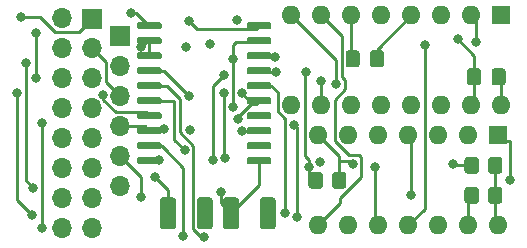
<source format=gbr>
G04 #@! TF.GenerationSoftware,KiCad,Pcbnew,5.1.5+dfsg1-2build2*
G04 #@! TF.CreationDate,2022-11-08T07:38:21+00:00*
G04 #@! TF.ProjectId,link-up-serial,6c696e6b-2d75-4702-9d73-657269616c2e,rev?*
G04 #@! TF.SameCoordinates,Original*
G04 #@! TF.FileFunction,Copper,L4,Bot*
G04 #@! TF.FilePolarity,Positive*
%FSLAX46Y46*%
G04 Gerber Fmt 4.6, Leading zero omitted, Abs format (unit mm)*
G04 Created by KiCad (PCBNEW 5.1.5+dfsg1-2build2) date 2022-11-08 07:38:21*
%MOMM*%
%LPD*%
G04 APERTURE LIST*
%ADD10O,1.600000X1.600000*%
%ADD11R,1.600000X1.600000*%
%ADD12C,0.100000*%
%ADD13O,1.700000X1.700000*%
%ADD14R,1.700000X1.700000*%
%ADD15C,0.800000*%
%ADD16C,0.250000*%
G04 APERTURE END LIST*
D10*
X131064000Y-110998000D03*
X113284000Y-103378000D03*
X128524000Y-110998000D03*
X115824000Y-103378000D03*
X125984000Y-110998000D03*
X118364000Y-103378000D03*
X123444000Y-110998000D03*
X120904000Y-103378000D03*
X120904000Y-110998000D03*
X123444000Y-103378000D03*
X118364000Y-110998000D03*
X125984000Y-103378000D03*
X115824000Y-110998000D03*
X128524000Y-103378000D03*
X113284000Y-110998000D03*
D11*
X131064000Y-103378000D03*
G04 #@! TA.AperFunction,SMDPad,CuDef*
D12*
G36*
X102157703Y-103967722D02*
G01*
X102172264Y-103969882D01*
X102186543Y-103973459D01*
X102200403Y-103978418D01*
X102213710Y-103984712D01*
X102226336Y-103992280D01*
X102238159Y-104001048D01*
X102249066Y-104010934D01*
X102258952Y-104021841D01*
X102267720Y-104033664D01*
X102275288Y-104046290D01*
X102281582Y-104059597D01*
X102286541Y-104073457D01*
X102290118Y-104087736D01*
X102292278Y-104102297D01*
X102293000Y-104117000D01*
X102293000Y-104417000D01*
X102292278Y-104431703D01*
X102290118Y-104446264D01*
X102286541Y-104460543D01*
X102281582Y-104474403D01*
X102275288Y-104487710D01*
X102267720Y-104500336D01*
X102258952Y-104512159D01*
X102249066Y-104523066D01*
X102238159Y-104532952D01*
X102226336Y-104541720D01*
X102213710Y-104549288D01*
X102200403Y-104555582D01*
X102186543Y-104560541D01*
X102172264Y-104564118D01*
X102157703Y-104566278D01*
X102143000Y-104567000D01*
X100393000Y-104567000D01*
X100378297Y-104566278D01*
X100363736Y-104564118D01*
X100349457Y-104560541D01*
X100335597Y-104555582D01*
X100322290Y-104549288D01*
X100309664Y-104541720D01*
X100297841Y-104532952D01*
X100286934Y-104523066D01*
X100277048Y-104512159D01*
X100268280Y-104500336D01*
X100260712Y-104487710D01*
X100254418Y-104474403D01*
X100249459Y-104460543D01*
X100245882Y-104446264D01*
X100243722Y-104431703D01*
X100243000Y-104417000D01*
X100243000Y-104117000D01*
X100243722Y-104102297D01*
X100245882Y-104087736D01*
X100249459Y-104073457D01*
X100254418Y-104059597D01*
X100260712Y-104046290D01*
X100268280Y-104033664D01*
X100277048Y-104021841D01*
X100286934Y-104010934D01*
X100297841Y-104001048D01*
X100309664Y-103992280D01*
X100322290Y-103984712D01*
X100335597Y-103978418D01*
X100349457Y-103973459D01*
X100363736Y-103969882D01*
X100378297Y-103967722D01*
X100393000Y-103967000D01*
X102143000Y-103967000D01*
X102157703Y-103967722D01*
G37*
G04 #@! TD.AperFunction*
G04 #@! TA.AperFunction,SMDPad,CuDef*
G36*
X102157703Y-105237722D02*
G01*
X102172264Y-105239882D01*
X102186543Y-105243459D01*
X102200403Y-105248418D01*
X102213710Y-105254712D01*
X102226336Y-105262280D01*
X102238159Y-105271048D01*
X102249066Y-105280934D01*
X102258952Y-105291841D01*
X102267720Y-105303664D01*
X102275288Y-105316290D01*
X102281582Y-105329597D01*
X102286541Y-105343457D01*
X102290118Y-105357736D01*
X102292278Y-105372297D01*
X102293000Y-105387000D01*
X102293000Y-105687000D01*
X102292278Y-105701703D01*
X102290118Y-105716264D01*
X102286541Y-105730543D01*
X102281582Y-105744403D01*
X102275288Y-105757710D01*
X102267720Y-105770336D01*
X102258952Y-105782159D01*
X102249066Y-105793066D01*
X102238159Y-105802952D01*
X102226336Y-105811720D01*
X102213710Y-105819288D01*
X102200403Y-105825582D01*
X102186543Y-105830541D01*
X102172264Y-105834118D01*
X102157703Y-105836278D01*
X102143000Y-105837000D01*
X100393000Y-105837000D01*
X100378297Y-105836278D01*
X100363736Y-105834118D01*
X100349457Y-105830541D01*
X100335597Y-105825582D01*
X100322290Y-105819288D01*
X100309664Y-105811720D01*
X100297841Y-105802952D01*
X100286934Y-105793066D01*
X100277048Y-105782159D01*
X100268280Y-105770336D01*
X100260712Y-105757710D01*
X100254418Y-105744403D01*
X100249459Y-105730543D01*
X100245882Y-105716264D01*
X100243722Y-105701703D01*
X100243000Y-105687000D01*
X100243000Y-105387000D01*
X100243722Y-105372297D01*
X100245882Y-105357736D01*
X100249459Y-105343457D01*
X100254418Y-105329597D01*
X100260712Y-105316290D01*
X100268280Y-105303664D01*
X100277048Y-105291841D01*
X100286934Y-105280934D01*
X100297841Y-105271048D01*
X100309664Y-105262280D01*
X100322290Y-105254712D01*
X100335597Y-105248418D01*
X100349457Y-105243459D01*
X100363736Y-105239882D01*
X100378297Y-105237722D01*
X100393000Y-105237000D01*
X102143000Y-105237000D01*
X102157703Y-105237722D01*
G37*
G04 #@! TD.AperFunction*
G04 #@! TA.AperFunction,SMDPad,CuDef*
G36*
X102157703Y-106507722D02*
G01*
X102172264Y-106509882D01*
X102186543Y-106513459D01*
X102200403Y-106518418D01*
X102213710Y-106524712D01*
X102226336Y-106532280D01*
X102238159Y-106541048D01*
X102249066Y-106550934D01*
X102258952Y-106561841D01*
X102267720Y-106573664D01*
X102275288Y-106586290D01*
X102281582Y-106599597D01*
X102286541Y-106613457D01*
X102290118Y-106627736D01*
X102292278Y-106642297D01*
X102293000Y-106657000D01*
X102293000Y-106957000D01*
X102292278Y-106971703D01*
X102290118Y-106986264D01*
X102286541Y-107000543D01*
X102281582Y-107014403D01*
X102275288Y-107027710D01*
X102267720Y-107040336D01*
X102258952Y-107052159D01*
X102249066Y-107063066D01*
X102238159Y-107072952D01*
X102226336Y-107081720D01*
X102213710Y-107089288D01*
X102200403Y-107095582D01*
X102186543Y-107100541D01*
X102172264Y-107104118D01*
X102157703Y-107106278D01*
X102143000Y-107107000D01*
X100393000Y-107107000D01*
X100378297Y-107106278D01*
X100363736Y-107104118D01*
X100349457Y-107100541D01*
X100335597Y-107095582D01*
X100322290Y-107089288D01*
X100309664Y-107081720D01*
X100297841Y-107072952D01*
X100286934Y-107063066D01*
X100277048Y-107052159D01*
X100268280Y-107040336D01*
X100260712Y-107027710D01*
X100254418Y-107014403D01*
X100249459Y-107000543D01*
X100245882Y-106986264D01*
X100243722Y-106971703D01*
X100243000Y-106957000D01*
X100243000Y-106657000D01*
X100243722Y-106642297D01*
X100245882Y-106627736D01*
X100249459Y-106613457D01*
X100254418Y-106599597D01*
X100260712Y-106586290D01*
X100268280Y-106573664D01*
X100277048Y-106561841D01*
X100286934Y-106550934D01*
X100297841Y-106541048D01*
X100309664Y-106532280D01*
X100322290Y-106524712D01*
X100335597Y-106518418D01*
X100349457Y-106513459D01*
X100363736Y-106509882D01*
X100378297Y-106507722D01*
X100393000Y-106507000D01*
X102143000Y-106507000D01*
X102157703Y-106507722D01*
G37*
G04 #@! TD.AperFunction*
G04 #@! TA.AperFunction,SMDPad,CuDef*
G36*
X102157703Y-107777722D02*
G01*
X102172264Y-107779882D01*
X102186543Y-107783459D01*
X102200403Y-107788418D01*
X102213710Y-107794712D01*
X102226336Y-107802280D01*
X102238159Y-107811048D01*
X102249066Y-107820934D01*
X102258952Y-107831841D01*
X102267720Y-107843664D01*
X102275288Y-107856290D01*
X102281582Y-107869597D01*
X102286541Y-107883457D01*
X102290118Y-107897736D01*
X102292278Y-107912297D01*
X102293000Y-107927000D01*
X102293000Y-108227000D01*
X102292278Y-108241703D01*
X102290118Y-108256264D01*
X102286541Y-108270543D01*
X102281582Y-108284403D01*
X102275288Y-108297710D01*
X102267720Y-108310336D01*
X102258952Y-108322159D01*
X102249066Y-108333066D01*
X102238159Y-108342952D01*
X102226336Y-108351720D01*
X102213710Y-108359288D01*
X102200403Y-108365582D01*
X102186543Y-108370541D01*
X102172264Y-108374118D01*
X102157703Y-108376278D01*
X102143000Y-108377000D01*
X100393000Y-108377000D01*
X100378297Y-108376278D01*
X100363736Y-108374118D01*
X100349457Y-108370541D01*
X100335597Y-108365582D01*
X100322290Y-108359288D01*
X100309664Y-108351720D01*
X100297841Y-108342952D01*
X100286934Y-108333066D01*
X100277048Y-108322159D01*
X100268280Y-108310336D01*
X100260712Y-108297710D01*
X100254418Y-108284403D01*
X100249459Y-108270543D01*
X100245882Y-108256264D01*
X100243722Y-108241703D01*
X100243000Y-108227000D01*
X100243000Y-107927000D01*
X100243722Y-107912297D01*
X100245882Y-107897736D01*
X100249459Y-107883457D01*
X100254418Y-107869597D01*
X100260712Y-107856290D01*
X100268280Y-107843664D01*
X100277048Y-107831841D01*
X100286934Y-107820934D01*
X100297841Y-107811048D01*
X100309664Y-107802280D01*
X100322290Y-107794712D01*
X100335597Y-107788418D01*
X100349457Y-107783459D01*
X100363736Y-107779882D01*
X100378297Y-107777722D01*
X100393000Y-107777000D01*
X102143000Y-107777000D01*
X102157703Y-107777722D01*
G37*
G04 #@! TD.AperFunction*
G04 #@! TA.AperFunction,SMDPad,CuDef*
G36*
X102157703Y-109047722D02*
G01*
X102172264Y-109049882D01*
X102186543Y-109053459D01*
X102200403Y-109058418D01*
X102213710Y-109064712D01*
X102226336Y-109072280D01*
X102238159Y-109081048D01*
X102249066Y-109090934D01*
X102258952Y-109101841D01*
X102267720Y-109113664D01*
X102275288Y-109126290D01*
X102281582Y-109139597D01*
X102286541Y-109153457D01*
X102290118Y-109167736D01*
X102292278Y-109182297D01*
X102293000Y-109197000D01*
X102293000Y-109497000D01*
X102292278Y-109511703D01*
X102290118Y-109526264D01*
X102286541Y-109540543D01*
X102281582Y-109554403D01*
X102275288Y-109567710D01*
X102267720Y-109580336D01*
X102258952Y-109592159D01*
X102249066Y-109603066D01*
X102238159Y-109612952D01*
X102226336Y-109621720D01*
X102213710Y-109629288D01*
X102200403Y-109635582D01*
X102186543Y-109640541D01*
X102172264Y-109644118D01*
X102157703Y-109646278D01*
X102143000Y-109647000D01*
X100393000Y-109647000D01*
X100378297Y-109646278D01*
X100363736Y-109644118D01*
X100349457Y-109640541D01*
X100335597Y-109635582D01*
X100322290Y-109629288D01*
X100309664Y-109621720D01*
X100297841Y-109612952D01*
X100286934Y-109603066D01*
X100277048Y-109592159D01*
X100268280Y-109580336D01*
X100260712Y-109567710D01*
X100254418Y-109554403D01*
X100249459Y-109540543D01*
X100245882Y-109526264D01*
X100243722Y-109511703D01*
X100243000Y-109497000D01*
X100243000Y-109197000D01*
X100243722Y-109182297D01*
X100245882Y-109167736D01*
X100249459Y-109153457D01*
X100254418Y-109139597D01*
X100260712Y-109126290D01*
X100268280Y-109113664D01*
X100277048Y-109101841D01*
X100286934Y-109090934D01*
X100297841Y-109081048D01*
X100309664Y-109072280D01*
X100322290Y-109064712D01*
X100335597Y-109058418D01*
X100349457Y-109053459D01*
X100363736Y-109049882D01*
X100378297Y-109047722D01*
X100393000Y-109047000D01*
X102143000Y-109047000D01*
X102157703Y-109047722D01*
G37*
G04 #@! TD.AperFunction*
G04 #@! TA.AperFunction,SMDPad,CuDef*
G36*
X102157703Y-110317722D02*
G01*
X102172264Y-110319882D01*
X102186543Y-110323459D01*
X102200403Y-110328418D01*
X102213710Y-110334712D01*
X102226336Y-110342280D01*
X102238159Y-110351048D01*
X102249066Y-110360934D01*
X102258952Y-110371841D01*
X102267720Y-110383664D01*
X102275288Y-110396290D01*
X102281582Y-110409597D01*
X102286541Y-110423457D01*
X102290118Y-110437736D01*
X102292278Y-110452297D01*
X102293000Y-110467000D01*
X102293000Y-110767000D01*
X102292278Y-110781703D01*
X102290118Y-110796264D01*
X102286541Y-110810543D01*
X102281582Y-110824403D01*
X102275288Y-110837710D01*
X102267720Y-110850336D01*
X102258952Y-110862159D01*
X102249066Y-110873066D01*
X102238159Y-110882952D01*
X102226336Y-110891720D01*
X102213710Y-110899288D01*
X102200403Y-110905582D01*
X102186543Y-110910541D01*
X102172264Y-110914118D01*
X102157703Y-110916278D01*
X102143000Y-110917000D01*
X100393000Y-110917000D01*
X100378297Y-110916278D01*
X100363736Y-110914118D01*
X100349457Y-110910541D01*
X100335597Y-110905582D01*
X100322290Y-110899288D01*
X100309664Y-110891720D01*
X100297841Y-110882952D01*
X100286934Y-110873066D01*
X100277048Y-110862159D01*
X100268280Y-110850336D01*
X100260712Y-110837710D01*
X100254418Y-110824403D01*
X100249459Y-110810543D01*
X100245882Y-110796264D01*
X100243722Y-110781703D01*
X100243000Y-110767000D01*
X100243000Y-110467000D01*
X100243722Y-110452297D01*
X100245882Y-110437736D01*
X100249459Y-110423457D01*
X100254418Y-110409597D01*
X100260712Y-110396290D01*
X100268280Y-110383664D01*
X100277048Y-110371841D01*
X100286934Y-110360934D01*
X100297841Y-110351048D01*
X100309664Y-110342280D01*
X100322290Y-110334712D01*
X100335597Y-110328418D01*
X100349457Y-110323459D01*
X100363736Y-110319882D01*
X100378297Y-110317722D01*
X100393000Y-110317000D01*
X102143000Y-110317000D01*
X102157703Y-110317722D01*
G37*
G04 #@! TD.AperFunction*
G04 #@! TA.AperFunction,SMDPad,CuDef*
G36*
X102157703Y-111587722D02*
G01*
X102172264Y-111589882D01*
X102186543Y-111593459D01*
X102200403Y-111598418D01*
X102213710Y-111604712D01*
X102226336Y-111612280D01*
X102238159Y-111621048D01*
X102249066Y-111630934D01*
X102258952Y-111641841D01*
X102267720Y-111653664D01*
X102275288Y-111666290D01*
X102281582Y-111679597D01*
X102286541Y-111693457D01*
X102290118Y-111707736D01*
X102292278Y-111722297D01*
X102293000Y-111737000D01*
X102293000Y-112037000D01*
X102292278Y-112051703D01*
X102290118Y-112066264D01*
X102286541Y-112080543D01*
X102281582Y-112094403D01*
X102275288Y-112107710D01*
X102267720Y-112120336D01*
X102258952Y-112132159D01*
X102249066Y-112143066D01*
X102238159Y-112152952D01*
X102226336Y-112161720D01*
X102213710Y-112169288D01*
X102200403Y-112175582D01*
X102186543Y-112180541D01*
X102172264Y-112184118D01*
X102157703Y-112186278D01*
X102143000Y-112187000D01*
X100393000Y-112187000D01*
X100378297Y-112186278D01*
X100363736Y-112184118D01*
X100349457Y-112180541D01*
X100335597Y-112175582D01*
X100322290Y-112169288D01*
X100309664Y-112161720D01*
X100297841Y-112152952D01*
X100286934Y-112143066D01*
X100277048Y-112132159D01*
X100268280Y-112120336D01*
X100260712Y-112107710D01*
X100254418Y-112094403D01*
X100249459Y-112080543D01*
X100245882Y-112066264D01*
X100243722Y-112051703D01*
X100243000Y-112037000D01*
X100243000Y-111737000D01*
X100243722Y-111722297D01*
X100245882Y-111707736D01*
X100249459Y-111693457D01*
X100254418Y-111679597D01*
X100260712Y-111666290D01*
X100268280Y-111653664D01*
X100277048Y-111641841D01*
X100286934Y-111630934D01*
X100297841Y-111621048D01*
X100309664Y-111612280D01*
X100322290Y-111604712D01*
X100335597Y-111598418D01*
X100349457Y-111593459D01*
X100363736Y-111589882D01*
X100378297Y-111587722D01*
X100393000Y-111587000D01*
X102143000Y-111587000D01*
X102157703Y-111587722D01*
G37*
G04 #@! TD.AperFunction*
G04 #@! TA.AperFunction,SMDPad,CuDef*
G36*
X102157703Y-112857722D02*
G01*
X102172264Y-112859882D01*
X102186543Y-112863459D01*
X102200403Y-112868418D01*
X102213710Y-112874712D01*
X102226336Y-112882280D01*
X102238159Y-112891048D01*
X102249066Y-112900934D01*
X102258952Y-112911841D01*
X102267720Y-112923664D01*
X102275288Y-112936290D01*
X102281582Y-112949597D01*
X102286541Y-112963457D01*
X102290118Y-112977736D01*
X102292278Y-112992297D01*
X102293000Y-113007000D01*
X102293000Y-113307000D01*
X102292278Y-113321703D01*
X102290118Y-113336264D01*
X102286541Y-113350543D01*
X102281582Y-113364403D01*
X102275288Y-113377710D01*
X102267720Y-113390336D01*
X102258952Y-113402159D01*
X102249066Y-113413066D01*
X102238159Y-113422952D01*
X102226336Y-113431720D01*
X102213710Y-113439288D01*
X102200403Y-113445582D01*
X102186543Y-113450541D01*
X102172264Y-113454118D01*
X102157703Y-113456278D01*
X102143000Y-113457000D01*
X100393000Y-113457000D01*
X100378297Y-113456278D01*
X100363736Y-113454118D01*
X100349457Y-113450541D01*
X100335597Y-113445582D01*
X100322290Y-113439288D01*
X100309664Y-113431720D01*
X100297841Y-113422952D01*
X100286934Y-113413066D01*
X100277048Y-113402159D01*
X100268280Y-113390336D01*
X100260712Y-113377710D01*
X100254418Y-113364403D01*
X100249459Y-113350543D01*
X100245882Y-113336264D01*
X100243722Y-113321703D01*
X100243000Y-113307000D01*
X100243000Y-113007000D01*
X100243722Y-112992297D01*
X100245882Y-112977736D01*
X100249459Y-112963457D01*
X100254418Y-112949597D01*
X100260712Y-112936290D01*
X100268280Y-112923664D01*
X100277048Y-112911841D01*
X100286934Y-112900934D01*
X100297841Y-112891048D01*
X100309664Y-112882280D01*
X100322290Y-112874712D01*
X100335597Y-112868418D01*
X100349457Y-112863459D01*
X100363736Y-112859882D01*
X100378297Y-112857722D01*
X100393000Y-112857000D01*
X102143000Y-112857000D01*
X102157703Y-112857722D01*
G37*
G04 #@! TD.AperFunction*
G04 #@! TA.AperFunction,SMDPad,CuDef*
G36*
X102157703Y-114127722D02*
G01*
X102172264Y-114129882D01*
X102186543Y-114133459D01*
X102200403Y-114138418D01*
X102213710Y-114144712D01*
X102226336Y-114152280D01*
X102238159Y-114161048D01*
X102249066Y-114170934D01*
X102258952Y-114181841D01*
X102267720Y-114193664D01*
X102275288Y-114206290D01*
X102281582Y-114219597D01*
X102286541Y-114233457D01*
X102290118Y-114247736D01*
X102292278Y-114262297D01*
X102293000Y-114277000D01*
X102293000Y-114577000D01*
X102292278Y-114591703D01*
X102290118Y-114606264D01*
X102286541Y-114620543D01*
X102281582Y-114634403D01*
X102275288Y-114647710D01*
X102267720Y-114660336D01*
X102258952Y-114672159D01*
X102249066Y-114683066D01*
X102238159Y-114692952D01*
X102226336Y-114701720D01*
X102213710Y-114709288D01*
X102200403Y-114715582D01*
X102186543Y-114720541D01*
X102172264Y-114724118D01*
X102157703Y-114726278D01*
X102143000Y-114727000D01*
X100393000Y-114727000D01*
X100378297Y-114726278D01*
X100363736Y-114724118D01*
X100349457Y-114720541D01*
X100335597Y-114715582D01*
X100322290Y-114709288D01*
X100309664Y-114701720D01*
X100297841Y-114692952D01*
X100286934Y-114683066D01*
X100277048Y-114672159D01*
X100268280Y-114660336D01*
X100260712Y-114647710D01*
X100254418Y-114634403D01*
X100249459Y-114620543D01*
X100245882Y-114606264D01*
X100243722Y-114591703D01*
X100243000Y-114577000D01*
X100243000Y-114277000D01*
X100243722Y-114262297D01*
X100245882Y-114247736D01*
X100249459Y-114233457D01*
X100254418Y-114219597D01*
X100260712Y-114206290D01*
X100268280Y-114193664D01*
X100277048Y-114181841D01*
X100286934Y-114170934D01*
X100297841Y-114161048D01*
X100309664Y-114152280D01*
X100322290Y-114144712D01*
X100335597Y-114138418D01*
X100349457Y-114133459D01*
X100363736Y-114129882D01*
X100378297Y-114127722D01*
X100393000Y-114127000D01*
X102143000Y-114127000D01*
X102157703Y-114127722D01*
G37*
G04 #@! TD.AperFunction*
G04 #@! TA.AperFunction,SMDPad,CuDef*
G36*
X102157703Y-115397722D02*
G01*
X102172264Y-115399882D01*
X102186543Y-115403459D01*
X102200403Y-115408418D01*
X102213710Y-115414712D01*
X102226336Y-115422280D01*
X102238159Y-115431048D01*
X102249066Y-115440934D01*
X102258952Y-115451841D01*
X102267720Y-115463664D01*
X102275288Y-115476290D01*
X102281582Y-115489597D01*
X102286541Y-115503457D01*
X102290118Y-115517736D01*
X102292278Y-115532297D01*
X102293000Y-115547000D01*
X102293000Y-115847000D01*
X102292278Y-115861703D01*
X102290118Y-115876264D01*
X102286541Y-115890543D01*
X102281582Y-115904403D01*
X102275288Y-115917710D01*
X102267720Y-115930336D01*
X102258952Y-115942159D01*
X102249066Y-115953066D01*
X102238159Y-115962952D01*
X102226336Y-115971720D01*
X102213710Y-115979288D01*
X102200403Y-115985582D01*
X102186543Y-115990541D01*
X102172264Y-115994118D01*
X102157703Y-115996278D01*
X102143000Y-115997000D01*
X100393000Y-115997000D01*
X100378297Y-115996278D01*
X100363736Y-115994118D01*
X100349457Y-115990541D01*
X100335597Y-115985582D01*
X100322290Y-115979288D01*
X100309664Y-115971720D01*
X100297841Y-115962952D01*
X100286934Y-115953066D01*
X100277048Y-115942159D01*
X100268280Y-115930336D01*
X100260712Y-115917710D01*
X100254418Y-115904403D01*
X100249459Y-115890543D01*
X100245882Y-115876264D01*
X100243722Y-115861703D01*
X100243000Y-115847000D01*
X100243000Y-115547000D01*
X100243722Y-115532297D01*
X100245882Y-115517736D01*
X100249459Y-115503457D01*
X100254418Y-115489597D01*
X100260712Y-115476290D01*
X100268280Y-115463664D01*
X100277048Y-115451841D01*
X100286934Y-115440934D01*
X100297841Y-115431048D01*
X100309664Y-115422280D01*
X100322290Y-115414712D01*
X100335597Y-115408418D01*
X100349457Y-115403459D01*
X100363736Y-115399882D01*
X100378297Y-115397722D01*
X100393000Y-115397000D01*
X102143000Y-115397000D01*
X102157703Y-115397722D01*
G37*
G04 #@! TD.AperFunction*
G04 #@! TA.AperFunction,SMDPad,CuDef*
G36*
X111457703Y-115397722D02*
G01*
X111472264Y-115399882D01*
X111486543Y-115403459D01*
X111500403Y-115408418D01*
X111513710Y-115414712D01*
X111526336Y-115422280D01*
X111538159Y-115431048D01*
X111549066Y-115440934D01*
X111558952Y-115451841D01*
X111567720Y-115463664D01*
X111575288Y-115476290D01*
X111581582Y-115489597D01*
X111586541Y-115503457D01*
X111590118Y-115517736D01*
X111592278Y-115532297D01*
X111593000Y-115547000D01*
X111593000Y-115847000D01*
X111592278Y-115861703D01*
X111590118Y-115876264D01*
X111586541Y-115890543D01*
X111581582Y-115904403D01*
X111575288Y-115917710D01*
X111567720Y-115930336D01*
X111558952Y-115942159D01*
X111549066Y-115953066D01*
X111538159Y-115962952D01*
X111526336Y-115971720D01*
X111513710Y-115979288D01*
X111500403Y-115985582D01*
X111486543Y-115990541D01*
X111472264Y-115994118D01*
X111457703Y-115996278D01*
X111443000Y-115997000D01*
X109693000Y-115997000D01*
X109678297Y-115996278D01*
X109663736Y-115994118D01*
X109649457Y-115990541D01*
X109635597Y-115985582D01*
X109622290Y-115979288D01*
X109609664Y-115971720D01*
X109597841Y-115962952D01*
X109586934Y-115953066D01*
X109577048Y-115942159D01*
X109568280Y-115930336D01*
X109560712Y-115917710D01*
X109554418Y-115904403D01*
X109549459Y-115890543D01*
X109545882Y-115876264D01*
X109543722Y-115861703D01*
X109543000Y-115847000D01*
X109543000Y-115547000D01*
X109543722Y-115532297D01*
X109545882Y-115517736D01*
X109549459Y-115503457D01*
X109554418Y-115489597D01*
X109560712Y-115476290D01*
X109568280Y-115463664D01*
X109577048Y-115451841D01*
X109586934Y-115440934D01*
X109597841Y-115431048D01*
X109609664Y-115422280D01*
X109622290Y-115414712D01*
X109635597Y-115408418D01*
X109649457Y-115403459D01*
X109663736Y-115399882D01*
X109678297Y-115397722D01*
X109693000Y-115397000D01*
X111443000Y-115397000D01*
X111457703Y-115397722D01*
G37*
G04 #@! TD.AperFunction*
G04 #@! TA.AperFunction,SMDPad,CuDef*
G36*
X111457703Y-114127722D02*
G01*
X111472264Y-114129882D01*
X111486543Y-114133459D01*
X111500403Y-114138418D01*
X111513710Y-114144712D01*
X111526336Y-114152280D01*
X111538159Y-114161048D01*
X111549066Y-114170934D01*
X111558952Y-114181841D01*
X111567720Y-114193664D01*
X111575288Y-114206290D01*
X111581582Y-114219597D01*
X111586541Y-114233457D01*
X111590118Y-114247736D01*
X111592278Y-114262297D01*
X111593000Y-114277000D01*
X111593000Y-114577000D01*
X111592278Y-114591703D01*
X111590118Y-114606264D01*
X111586541Y-114620543D01*
X111581582Y-114634403D01*
X111575288Y-114647710D01*
X111567720Y-114660336D01*
X111558952Y-114672159D01*
X111549066Y-114683066D01*
X111538159Y-114692952D01*
X111526336Y-114701720D01*
X111513710Y-114709288D01*
X111500403Y-114715582D01*
X111486543Y-114720541D01*
X111472264Y-114724118D01*
X111457703Y-114726278D01*
X111443000Y-114727000D01*
X109693000Y-114727000D01*
X109678297Y-114726278D01*
X109663736Y-114724118D01*
X109649457Y-114720541D01*
X109635597Y-114715582D01*
X109622290Y-114709288D01*
X109609664Y-114701720D01*
X109597841Y-114692952D01*
X109586934Y-114683066D01*
X109577048Y-114672159D01*
X109568280Y-114660336D01*
X109560712Y-114647710D01*
X109554418Y-114634403D01*
X109549459Y-114620543D01*
X109545882Y-114606264D01*
X109543722Y-114591703D01*
X109543000Y-114577000D01*
X109543000Y-114277000D01*
X109543722Y-114262297D01*
X109545882Y-114247736D01*
X109549459Y-114233457D01*
X109554418Y-114219597D01*
X109560712Y-114206290D01*
X109568280Y-114193664D01*
X109577048Y-114181841D01*
X109586934Y-114170934D01*
X109597841Y-114161048D01*
X109609664Y-114152280D01*
X109622290Y-114144712D01*
X109635597Y-114138418D01*
X109649457Y-114133459D01*
X109663736Y-114129882D01*
X109678297Y-114127722D01*
X109693000Y-114127000D01*
X111443000Y-114127000D01*
X111457703Y-114127722D01*
G37*
G04 #@! TD.AperFunction*
G04 #@! TA.AperFunction,SMDPad,CuDef*
G36*
X111457703Y-112857722D02*
G01*
X111472264Y-112859882D01*
X111486543Y-112863459D01*
X111500403Y-112868418D01*
X111513710Y-112874712D01*
X111526336Y-112882280D01*
X111538159Y-112891048D01*
X111549066Y-112900934D01*
X111558952Y-112911841D01*
X111567720Y-112923664D01*
X111575288Y-112936290D01*
X111581582Y-112949597D01*
X111586541Y-112963457D01*
X111590118Y-112977736D01*
X111592278Y-112992297D01*
X111593000Y-113007000D01*
X111593000Y-113307000D01*
X111592278Y-113321703D01*
X111590118Y-113336264D01*
X111586541Y-113350543D01*
X111581582Y-113364403D01*
X111575288Y-113377710D01*
X111567720Y-113390336D01*
X111558952Y-113402159D01*
X111549066Y-113413066D01*
X111538159Y-113422952D01*
X111526336Y-113431720D01*
X111513710Y-113439288D01*
X111500403Y-113445582D01*
X111486543Y-113450541D01*
X111472264Y-113454118D01*
X111457703Y-113456278D01*
X111443000Y-113457000D01*
X109693000Y-113457000D01*
X109678297Y-113456278D01*
X109663736Y-113454118D01*
X109649457Y-113450541D01*
X109635597Y-113445582D01*
X109622290Y-113439288D01*
X109609664Y-113431720D01*
X109597841Y-113422952D01*
X109586934Y-113413066D01*
X109577048Y-113402159D01*
X109568280Y-113390336D01*
X109560712Y-113377710D01*
X109554418Y-113364403D01*
X109549459Y-113350543D01*
X109545882Y-113336264D01*
X109543722Y-113321703D01*
X109543000Y-113307000D01*
X109543000Y-113007000D01*
X109543722Y-112992297D01*
X109545882Y-112977736D01*
X109549459Y-112963457D01*
X109554418Y-112949597D01*
X109560712Y-112936290D01*
X109568280Y-112923664D01*
X109577048Y-112911841D01*
X109586934Y-112900934D01*
X109597841Y-112891048D01*
X109609664Y-112882280D01*
X109622290Y-112874712D01*
X109635597Y-112868418D01*
X109649457Y-112863459D01*
X109663736Y-112859882D01*
X109678297Y-112857722D01*
X109693000Y-112857000D01*
X111443000Y-112857000D01*
X111457703Y-112857722D01*
G37*
G04 #@! TD.AperFunction*
G04 #@! TA.AperFunction,SMDPad,CuDef*
G36*
X111457703Y-111587722D02*
G01*
X111472264Y-111589882D01*
X111486543Y-111593459D01*
X111500403Y-111598418D01*
X111513710Y-111604712D01*
X111526336Y-111612280D01*
X111538159Y-111621048D01*
X111549066Y-111630934D01*
X111558952Y-111641841D01*
X111567720Y-111653664D01*
X111575288Y-111666290D01*
X111581582Y-111679597D01*
X111586541Y-111693457D01*
X111590118Y-111707736D01*
X111592278Y-111722297D01*
X111593000Y-111737000D01*
X111593000Y-112037000D01*
X111592278Y-112051703D01*
X111590118Y-112066264D01*
X111586541Y-112080543D01*
X111581582Y-112094403D01*
X111575288Y-112107710D01*
X111567720Y-112120336D01*
X111558952Y-112132159D01*
X111549066Y-112143066D01*
X111538159Y-112152952D01*
X111526336Y-112161720D01*
X111513710Y-112169288D01*
X111500403Y-112175582D01*
X111486543Y-112180541D01*
X111472264Y-112184118D01*
X111457703Y-112186278D01*
X111443000Y-112187000D01*
X109693000Y-112187000D01*
X109678297Y-112186278D01*
X109663736Y-112184118D01*
X109649457Y-112180541D01*
X109635597Y-112175582D01*
X109622290Y-112169288D01*
X109609664Y-112161720D01*
X109597841Y-112152952D01*
X109586934Y-112143066D01*
X109577048Y-112132159D01*
X109568280Y-112120336D01*
X109560712Y-112107710D01*
X109554418Y-112094403D01*
X109549459Y-112080543D01*
X109545882Y-112066264D01*
X109543722Y-112051703D01*
X109543000Y-112037000D01*
X109543000Y-111737000D01*
X109543722Y-111722297D01*
X109545882Y-111707736D01*
X109549459Y-111693457D01*
X109554418Y-111679597D01*
X109560712Y-111666290D01*
X109568280Y-111653664D01*
X109577048Y-111641841D01*
X109586934Y-111630934D01*
X109597841Y-111621048D01*
X109609664Y-111612280D01*
X109622290Y-111604712D01*
X109635597Y-111598418D01*
X109649457Y-111593459D01*
X109663736Y-111589882D01*
X109678297Y-111587722D01*
X109693000Y-111587000D01*
X111443000Y-111587000D01*
X111457703Y-111587722D01*
G37*
G04 #@! TD.AperFunction*
G04 #@! TA.AperFunction,SMDPad,CuDef*
G36*
X111457703Y-110317722D02*
G01*
X111472264Y-110319882D01*
X111486543Y-110323459D01*
X111500403Y-110328418D01*
X111513710Y-110334712D01*
X111526336Y-110342280D01*
X111538159Y-110351048D01*
X111549066Y-110360934D01*
X111558952Y-110371841D01*
X111567720Y-110383664D01*
X111575288Y-110396290D01*
X111581582Y-110409597D01*
X111586541Y-110423457D01*
X111590118Y-110437736D01*
X111592278Y-110452297D01*
X111593000Y-110467000D01*
X111593000Y-110767000D01*
X111592278Y-110781703D01*
X111590118Y-110796264D01*
X111586541Y-110810543D01*
X111581582Y-110824403D01*
X111575288Y-110837710D01*
X111567720Y-110850336D01*
X111558952Y-110862159D01*
X111549066Y-110873066D01*
X111538159Y-110882952D01*
X111526336Y-110891720D01*
X111513710Y-110899288D01*
X111500403Y-110905582D01*
X111486543Y-110910541D01*
X111472264Y-110914118D01*
X111457703Y-110916278D01*
X111443000Y-110917000D01*
X109693000Y-110917000D01*
X109678297Y-110916278D01*
X109663736Y-110914118D01*
X109649457Y-110910541D01*
X109635597Y-110905582D01*
X109622290Y-110899288D01*
X109609664Y-110891720D01*
X109597841Y-110882952D01*
X109586934Y-110873066D01*
X109577048Y-110862159D01*
X109568280Y-110850336D01*
X109560712Y-110837710D01*
X109554418Y-110824403D01*
X109549459Y-110810543D01*
X109545882Y-110796264D01*
X109543722Y-110781703D01*
X109543000Y-110767000D01*
X109543000Y-110467000D01*
X109543722Y-110452297D01*
X109545882Y-110437736D01*
X109549459Y-110423457D01*
X109554418Y-110409597D01*
X109560712Y-110396290D01*
X109568280Y-110383664D01*
X109577048Y-110371841D01*
X109586934Y-110360934D01*
X109597841Y-110351048D01*
X109609664Y-110342280D01*
X109622290Y-110334712D01*
X109635597Y-110328418D01*
X109649457Y-110323459D01*
X109663736Y-110319882D01*
X109678297Y-110317722D01*
X109693000Y-110317000D01*
X111443000Y-110317000D01*
X111457703Y-110317722D01*
G37*
G04 #@! TD.AperFunction*
G04 #@! TA.AperFunction,SMDPad,CuDef*
G36*
X111457703Y-109047722D02*
G01*
X111472264Y-109049882D01*
X111486543Y-109053459D01*
X111500403Y-109058418D01*
X111513710Y-109064712D01*
X111526336Y-109072280D01*
X111538159Y-109081048D01*
X111549066Y-109090934D01*
X111558952Y-109101841D01*
X111567720Y-109113664D01*
X111575288Y-109126290D01*
X111581582Y-109139597D01*
X111586541Y-109153457D01*
X111590118Y-109167736D01*
X111592278Y-109182297D01*
X111593000Y-109197000D01*
X111593000Y-109497000D01*
X111592278Y-109511703D01*
X111590118Y-109526264D01*
X111586541Y-109540543D01*
X111581582Y-109554403D01*
X111575288Y-109567710D01*
X111567720Y-109580336D01*
X111558952Y-109592159D01*
X111549066Y-109603066D01*
X111538159Y-109612952D01*
X111526336Y-109621720D01*
X111513710Y-109629288D01*
X111500403Y-109635582D01*
X111486543Y-109640541D01*
X111472264Y-109644118D01*
X111457703Y-109646278D01*
X111443000Y-109647000D01*
X109693000Y-109647000D01*
X109678297Y-109646278D01*
X109663736Y-109644118D01*
X109649457Y-109640541D01*
X109635597Y-109635582D01*
X109622290Y-109629288D01*
X109609664Y-109621720D01*
X109597841Y-109612952D01*
X109586934Y-109603066D01*
X109577048Y-109592159D01*
X109568280Y-109580336D01*
X109560712Y-109567710D01*
X109554418Y-109554403D01*
X109549459Y-109540543D01*
X109545882Y-109526264D01*
X109543722Y-109511703D01*
X109543000Y-109497000D01*
X109543000Y-109197000D01*
X109543722Y-109182297D01*
X109545882Y-109167736D01*
X109549459Y-109153457D01*
X109554418Y-109139597D01*
X109560712Y-109126290D01*
X109568280Y-109113664D01*
X109577048Y-109101841D01*
X109586934Y-109090934D01*
X109597841Y-109081048D01*
X109609664Y-109072280D01*
X109622290Y-109064712D01*
X109635597Y-109058418D01*
X109649457Y-109053459D01*
X109663736Y-109049882D01*
X109678297Y-109047722D01*
X109693000Y-109047000D01*
X111443000Y-109047000D01*
X111457703Y-109047722D01*
G37*
G04 #@! TD.AperFunction*
G04 #@! TA.AperFunction,SMDPad,CuDef*
G36*
X111457703Y-107777722D02*
G01*
X111472264Y-107779882D01*
X111486543Y-107783459D01*
X111500403Y-107788418D01*
X111513710Y-107794712D01*
X111526336Y-107802280D01*
X111538159Y-107811048D01*
X111549066Y-107820934D01*
X111558952Y-107831841D01*
X111567720Y-107843664D01*
X111575288Y-107856290D01*
X111581582Y-107869597D01*
X111586541Y-107883457D01*
X111590118Y-107897736D01*
X111592278Y-107912297D01*
X111593000Y-107927000D01*
X111593000Y-108227000D01*
X111592278Y-108241703D01*
X111590118Y-108256264D01*
X111586541Y-108270543D01*
X111581582Y-108284403D01*
X111575288Y-108297710D01*
X111567720Y-108310336D01*
X111558952Y-108322159D01*
X111549066Y-108333066D01*
X111538159Y-108342952D01*
X111526336Y-108351720D01*
X111513710Y-108359288D01*
X111500403Y-108365582D01*
X111486543Y-108370541D01*
X111472264Y-108374118D01*
X111457703Y-108376278D01*
X111443000Y-108377000D01*
X109693000Y-108377000D01*
X109678297Y-108376278D01*
X109663736Y-108374118D01*
X109649457Y-108370541D01*
X109635597Y-108365582D01*
X109622290Y-108359288D01*
X109609664Y-108351720D01*
X109597841Y-108342952D01*
X109586934Y-108333066D01*
X109577048Y-108322159D01*
X109568280Y-108310336D01*
X109560712Y-108297710D01*
X109554418Y-108284403D01*
X109549459Y-108270543D01*
X109545882Y-108256264D01*
X109543722Y-108241703D01*
X109543000Y-108227000D01*
X109543000Y-107927000D01*
X109543722Y-107912297D01*
X109545882Y-107897736D01*
X109549459Y-107883457D01*
X109554418Y-107869597D01*
X109560712Y-107856290D01*
X109568280Y-107843664D01*
X109577048Y-107831841D01*
X109586934Y-107820934D01*
X109597841Y-107811048D01*
X109609664Y-107802280D01*
X109622290Y-107794712D01*
X109635597Y-107788418D01*
X109649457Y-107783459D01*
X109663736Y-107779882D01*
X109678297Y-107777722D01*
X109693000Y-107777000D01*
X111443000Y-107777000D01*
X111457703Y-107777722D01*
G37*
G04 #@! TD.AperFunction*
G04 #@! TA.AperFunction,SMDPad,CuDef*
G36*
X111457703Y-106507722D02*
G01*
X111472264Y-106509882D01*
X111486543Y-106513459D01*
X111500403Y-106518418D01*
X111513710Y-106524712D01*
X111526336Y-106532280D01*
X111538159Y-106541048D01*
X111549066Y-106550934D01*
X111558952Y-106561841D01*
X111567720Y-106573664D01*
X111575288Y-106586290D01*
X111581582Y-106599597D01*
X111586541Y-106613457D01*
X111590118Y-106627736D01*
X111592278Y-106642297D01*
X111593000Y-106657000D01*
X111593000Y-106957000D01*
X111592278Y-106971703D01*
X111590118Y-106986264D01*
X111586541Y-107000543D01*
X111581582Y-107014403D01*
X111575288Y-107027710D01*
X111567720Y-107040336D01*
X111558952Y-107052159D01*
X111549066Y-107063066D01*
X111538159Y-107072952D01*
X111526336Y-107081720D01*
X111513710Y-107089288D01*
X111500403Y-107095582D01*
X111486543Y-107100541D01*
X111472264Y-107104118D01*
X111457703Y-107106278D01*
X111443000Y-107107000D01*
X109693000Y-107107000D01*
X109678297Y-107106278D01*
X109663736Y-107104118D01*
X109649457Y-107100541D01*
X109635597Y-107095582D01*
X109622290Y-107089288D01*
X109609664Y-107081720D01*
X109597841Y-107072952D01*
X109586934Y-107063066D01*
X109577048Y-107052159D01*
X109568280Y-107040336D01*
X109560712Y-107027710D01*
X109554418Y-107014403D01*
X109549459Y-107000543D01*
X109545882Y-106986264D01*
X109543722Y-106971703D01*
X109543000Y-106957000D01*
X109543000Y-106657000D01*
X109543722Y-106642297D01*
X109545882Y-106627736D01*
X109549459Y-106613457D01*
X109554418Y-106599597D01*
X109560712Y-106586290D01*
X109568280Y-106573664D01*
X109577048Y-106561841D01*
X109586934Y-106550934D01*
X109597841Y-106541048D01*
X109609664Y-106532280D01*
X109622290Y-106524712D01*
X109635597Y-106518418D01*
X109649457Y-106513459D01*
X109663736Y-106509882D01*
X109678297Y-106507722D01*
X109693000Y-106507000D01*
X111443000Y-106507000D01*
X111457703Y-106507722D01*
G37*
G04 #@! TD.AperFunction*
G04 #@! TA.AperFunction,SMDPad,CuDef*
G36*
X111457703Y-105237722D02*
G01*
X111472264Y-105239882D01*
X111486543Y-105243459D01*
X111500403Y-105248418D01*
X111513710Y-105254712D01*
X111526336Y-105262280D01*
X111538159Y-105271048D01*
X111549066Y-105280934D01*
X111558952Y-105291841D01*
X111567720Y-105303664D01*
X111575288Y-105316290D01*
X111581582Y-105329597D01*
X111586541Y-105343457D01*
X111590118Y-105357736D01*
X111592278Y-105372297D01*
X111593000Y-105387000D01*
X111593000Y-105687000D01*
X111592278Y-105701703D01*
X111590118Y-105716264D01*
X111586541Y-105730543D01*
X111581582Y-105744403D01*
X111575288Y-105757710D01*
X111567720Y-105770336D01*
X111558952Y-105782159D01*
X111549066Y-105793066D01*
X111538159Y-105802952D01*
X111526336Y-105811720D01*
X111513710Y-105819288D01*
X111500403Y-105825582D01*
X111486543Y-105830541D01*
X111472264Y-105834118D01*
X111457703Y-105836278D01*
X111443000Y-105837000D01*
X109693000Y-105837000D01*
X109678297Y-105836278D01*
X109663736Y-105834118D01*
X109649457Y-105830541D01*
X109635597Y-105825582D01*
X109622290Y-105819288D01*
X109609664Y-105811720D01*
X109597841Y-105802952D01*
X109586934Y-105793066D01*
X109577048Y-105782159D01*
X109568280Y-105770336D01*
X109560712Y-105757710D01*
X109554418Y-105744403D01*
X109549459Y-105730543D01*
X109545882Y-105716264D01*
X109543722Y-105701703D01*
X109543000Y-105687000D01*
X109543000Y-105387000D01*
X109543722Y-105372297D01*
X109545882Y-105357736D01*
X109549459Y-105343457D01*
X109554418Y-105329597D01*
X109560712Y-105316290D01*
X109568280Y-105303664D01*
X109577048Y-105291841D01*
X109586934Y-105280934D01*
X109597841Y-105271048D01*
X109609664Y-105262280D01*
X109622290Y-105254712D01*
X109635597Y-105248418D01*
X109649457Y-105243459D01*
X109663736Y-105239882D01*
X109678297Y-105237722D01*
X109693000Y-105237000D01*
X111443000Y-105237000D01*
X111457703Y-105237722D01*
G37*
G04 #@! TD.AperFunction*
G04 #@! TA.AperFunction,SMDPad,CuDef*
G36*
X111457703Y-103967722D02*
G01*
X111472264Y-103969882D01*
X111486543Y-103973459D01*
X111500403Y-103978418D01*
X111513710Y-103984712D01*
X111526336Y-103992280D01*
X111538159Y-104001048D01*
X111549066Y-104010934D01*
X111558952Y-104021841D01*
X111567720Y-104033664D01*
X111575288Y-104046290D01*
X111581582Y-104059597D01*
X111586541Y-104073457D01*
X111590118Y-104087736D01*
X111592278Y-104102297D01*
X111593000Y-104117000D01*
X111593000Y-104417000D01*
X111592278Y-104431703D01*
X111590118Y-104446264D01*
X111586541Y-104460543D01*
X111581582Y-104474403D01*
X111575288Y-104487710D01*
X111567720Y-104500336D01*
X111558952Y-104512159D01*
X111549066Y-104523066D01*
X111538159Y-104532952D01*
X111526336Y-104541720D01*
X111513710Y-104549288D01*
X111500403Y-104555582D01*
X111486543Y-104560541D01*
X111472264Y-104564118D01*
X111457703Y-104566278D01*
X111443000Y-104567000D01*
X109693000Y-104567000D01*
X109678297Y-104566278D01*
X109663736Y-104564118D01*
X109649457Y-104560541D01*
X109635597Y-104555582D01*
X109622290Y-104549288D01*
X109609664Y-104541720D01*
X109597841Y-104532952D01*
X109586934Y-104523066D01*
X109577048Y-104512159D01*
X109568280Y-104500336D01*
X109560712Y-104487710D01*
X109554418Y-104474403D01*
X109549459Y-104460543D01*
X109545882Y-104446264D01*
X109543722Y-104431703D01*
X109543000Y-104417000D01*
X109543000Y-104117000D01*
X109543722Y-104102297D01*
X109545882Y-104087736D01*
X109549459Y-104073457D01*
X109554418Y-104059597D01*
X109560712Y-104046290D01*
X109568280Y-104033664D01*
X109577048Y-104021841D01*
X109586934Y-104010934D01*
X109597841Y-104001048D01*
X109609664Y-103992280D01*
X109622290Y-103984712D01*
X109635597Y-103978418D01*
X109649457Y-103973459D01*
X109663736Y-103969882D01*
X109678297Y-103967722D01*
X109693000Y-103967000D01*
X111443000Y-103967000D01*
X111457703Y-103967722D01*
G37*
G04 #@! TD.AperFunction*
D10*
X130810000Y-121158000D03*
X115570000Y-113538000D03*
X128270000Y-121158000D03*
X118110000Y-113538000D03*
X125730000Y-121158000D03*
X120650000Y-113538000D03*
X123190000Y-121158000D03*
X123190000Y-113538000D03*
X120650000Y-121158000D03*
X125730000Y-113538000D03*
X118110000Y-121158000D03*
X128270000Y-113538000D03*
X115570000Y-121158000D03*
D11*
X130810000Y-113538000D03*
G04 #@! TA.AperFunction,SMDPad,CuDef*
D12*
G36*
X128914505Y-115379204D02*
G01*
X128938773Y-115382804D01*
X128962572Y-115388765D01*
X128985671Y-115397030D01*
X129007850Y-115407520D01*
X129028893Y-115420132D01*
X129048599Y-115434747D01*
X129066777Y-115451223D01*
X129083253Y-115469401D01*
X129097868Y-115489107D01*
X129110480Y-115510150D01*
X129120970Y-115532329D01*
X129129235Y-115555428D01*
X129135196Y-115579227D01*
X129138796Y-115603495D01*
X129140000Y-115627999D01*
X129140000Y-116528001D01*
X129138796Y-116552505D01*
X129135196Y-116576773D01*
X129129235Y-116600572D01*
X129120970Y-116623671D01*
X129110480Y-116645850D01*
X129097868Y-116666893D01*
X129083253Y-116686599D01*
X129066777Y-116704777D01*
X129048599Y-116721253D01*
X129028893Y-116735868D01*
X129007850Y-116748480D01*
X128985671Y-116758970D01*
X128962572Y-116767235D01*
X128938773Y-116773196D01*
X128914505Y-116776796D01*
X128890001Y-116778000D01*
X128189999Y-116778000D01*
X128165495Y-116776796D01*
X128141227Y-116773196D01*
X128117428Y-116767235D01*
X128094329Y-116758970D01*
X128072150Y-116748480D01*
X128051107Y-116735868D01*
X128031401Y-116721253D01*
X128013223Y-116704777D01*
X127996747Y-116686599D01*
X127982132Y-116666893D01*
X127969520Y-116645850D01*
X127959030Y-116623671D01*
X127950765Y-116600572D01*
X127944804Y-116576773D01*
X127941204Y-116552505D01*
X127940000Y-116528001D01*
X127940000Y-115627999D01*
X127941204Y-115603495D01*
X127944804Y-115579227D01*
X127950765Y-115555428D01*
X127959030Y-115532329D01*
X127969520Y-115510150D01*
X127982132Y-115489107D01*
X127996747Y-115469401D01*
X128013223Y-115451223D01*
X128031401Y-115434747D01*
X128051107Y-115420132D01*
X128072150Y-115407520D01*
X128094329Y-115397030D01*
X128117428Y-115388765D01*
X128141227Y-115382804D01*
X128165495Y-115379204D01*
X128189999Y-115378000D01*
X128890001Y-115378000D01*
X128914505Y-115379204D01*
G37*
G04 #@! TD.AperFunction*
G04 #@! TA.AperFunction,SMDPad,CuDef*
G36*
X130914505Y-115379204D02*
G01*
X130938773Y-115382804D01*
X130962572Y-115388765D01*
X130985671Y-115397030D01*
X131007850Y-115407520D01*
X131028893Y-115420132D01*
X131048599Y-115434747D01*
X131066777Y-115451223D01*
X131083253Y-115469401D01*
X131097868Y-115489107D01*
X131110480Y-115510150D01*
X131120970Y-115532329D01*
X131129235Y-115555428D01*
X131135196Y-115579227D01*
X131138796Y-115603495D01*
X131140000Y-115627999D01*
X131140000Y-116528001D01*
X131138796Y-116552505D01*
X131135196Y-116576773D01*
X131129235Y-116600572D01*
X131120970Y-116623671D01*
X131110480Y-116645850D01*
X131097868Y-116666893D01*
X131083253Y-116686599D01*
X131066777Y-116704777D01*
X131048599Y-116721253D01*
X131028893Y-116735868D01*
X131007850Y-116748480D01*
X130985671Y-116758970D01*
X130962572Y-116767235D01*
X130938773Y-116773196D01*
X130914505Y-116776796D01*
X130890001Y-116778000D01*
X130189999Y-116778000D01*
X130165495Y-116776796D01*
X130141227Y-116773196D01*
X130117428Y-116767235D01*
X130094329Y-116758970D01*
X130072150Y-116748480D01*
X130051107Y-116735868D01*
X130031401Y-116721253D01*
X130013223Y-116704777D01*
X129996747Y-116686599D01*
X129982132Y-116666893D01*
X129969520Y-116645850D01*
X129959030Y-116623671D01*
X129950765Y-116600572D01*
X129944804Y-116576773D01*
X129941204Y-116552505D01*
X129940000Y-116528001D01*
X129940000Y-115627999D01*
X129941204Y-115603495D01*
X129944804Y-115579227D01*
X129950765Y-115555428D01*
X129959030Y-115532329D01*
X129969520Y-115510150D01*
X129982132Y-115489107D01*
X129996747Y-115469401D01*
X130013223Y-115451223D01*
X130031401Y-115434747D01*
X130051107Y-115420132D01*
X130072150Y-115407520D01*
X130094329Y-115397030D01*
X130117428Y-115388765D01*
X130141227Y-115382804D01*
X130165495Y-115379204D01*
X130189999Y-115378000D01*
X130890001Y-115378000D01*
X130914505Y-115379204D01*
G37*
G04 #@! TD.AperFunction*
G04 #@! TA.AperFunction,SMDPad,CuDef*
G36*
X128914505Y-117919204D02*
G01*
X128938773Y-117922804D01*
X128962572Y-117928765D01*
X128985671Y-117937030D01*
X129007850Y-117947520D01*
X129028893Y-117960132D01*
X129048599Y-117974747D01*
X129066777Y-117991223D01*
X129083253Y-118009401D01*
X129097868Y-118029107D01*
X129110480Y-118050150D01*
X129120970Y-118072329D01*
X129129235Y-118095428D01*
X129135196Y-118119227D01*
X129138796Y-118143495D01*
X129140000Y-118167999D01*
X129140000Y-119068001D01*
X129138796Y-119092505D01*
X129135196Y-119116773D01*
X129129235Y-119140572D01*
X129120970Y-119163671D01*
X129110480Y-119185850D01*
X129097868Y-119206893D01*
X129083253Y-119226599D01*
X129066777Y-119244777D01*
X129048599Y-119261253D01*
X129028893Y-119275868D01*
X129007850Y-119288480D01*
X128985671Y-119298970D01*
X128962572Y-119307235D01*
X128938773Y-119313196D01*
X128914505Y-119316796D01*
X128890001Y-119318000D01*
X128189999Y-119318000D01*
X128165495Y-119316796D01*
X128141227Y-119313196D01*
X128117428Y-119307235D01*
X128094329Y-119298970D01*
X128072150Y-119288480D01*
X128051107Y-119275868D01*
X128031401Y-119261253D01*
X128013223Y-119244777D01*
X127996747Y-119226599D01*
X127982132Y-119206893D01*
X127969520Y-119185850D01*
X127959030Y-119163671D01*
X127950765Y-119140572D01*
X127944804Y-119116773D01*
X127941204Y-119092505D01*
X127940000Y-119068001D01*
X127940000Y-118167999D01*
X127941204Y-118143495D01*
X127944804Y-118119227D01*
X127950765Y-118095428D01*
X127959030Y-118072329D01*
X127969520Y-118050150D01*
X127982132Y-118029107D01*
X127996747Y-118009401D01*
X128013223Y-117991223D01*
X128031401Y-117974747D01*
X128051107Y-117960132D01*
X128072150Y-117947520D01*
X128094329Y-117937030D01*
X128117428Y-117928765D01*
X128141227Y-117922804D01*
X128165495Y-117919204D01*
X128189999Y-117918000D01*
X128890001Y-117918000D01*
X128914505Y-117919204D01*
G37*
G04 #@! TD.AperFunction*
G04 #@! TA.AperFunction,SMDPad,CuDef*
G36*
X130914505Y-117919204D02*
G01*
X130938773Y-117922804D01*
X130962572Y-117928765D01*
X130985671Y-117937030D01*
X131007850Y-117947520D01*
X131028893Y-117960132D01*
X131048599Y-117974747D01*
X131066777Y-117991223D01*
X131083253Y-118009401D01*
X131097868Y-118029107D01*
X131110480Y-118050150D01*
X131120970Y-118072329D01*
X131129235Y-118095428D01*
X131135196Y-118119227D01*
X131138796Y-118143495D01*
X131140000Y-118167999D01*
X131140000Y-119068001D01*
X131138796Y-119092505D01*
X131135196Y-119116773D01*
X131129235Y-119140572D01*
X131120970Y-119163671D01*
X131110480Y-119185850D01*
X131097868Y-119206893D01*
X131083253Y-119226599D01*
X131066777Y-119244777D01*
X131048599Y-119261253D01*
X131028893Y-119275868D01*
X131007850Y-119288480D01*
X130985671Y-119298970D01*
X130962572Y-119307235D01*
X130938773Y-119313196D01*
X130914505Y-119316796D01*
X130890001Y-119318000D01*
X130189999Y-119318000D01*
X130165495Y-119316796D01*
X130141227Y-119313196D01*
X130117428Y-119307235D01*
X130094329Y-119298970D01*
X130072150Y-119288480D01*
X130051107Y-119275868D01*
X130031401Y-119261253D01*
X130013223Y-119244777D01*
X129996747Y-119226599D01*
X129982132Y-119206893D01*
X129969520Y-119185850D01*
X129959030Y-119163671D01*
X129950765Y-119140572D01*
X129944804Y-119116773D01*
X129941204Y-119092505D01*
X129940000Y-119068001D01*
X129940000Y-118167999D01*
X129941204Y-118143495D01*
X129944804Y-118119227D01*
X129950765Y-118095428D01*
X129959030Y-118072329D01*
X129969520Y-118050150D01*
X129982132Y-118029107D01*
X129996747Y-118009401D01*
X130013223Y-117991223D01*
X130031401Y-117974747D01*
X130051107Y-117960132D01*
X130072150Y-117947520D01*
X130094329Y-117937030D01*
X130117428Y-117928765D01*
X130141227Y-117922804D01*
X130165495Y-117919204D01*
X130189999Y-117918000D01*
X130890001Y-117918000D01*
X130914505Y-117919204D01*
G37*
G04 #@! TD.AperFunction*
G04 #@! TA.AperFunction,SMDPad,CuDef*
G36*
X117706505Y-116649204D02*
G01*
X117730773Y-116652804D01*
X117754572Y-116658765D01*
X117777671Y-116667030D01*
X117799850Y-116677520D01*
X117820893Y-116690132D01*
X117840599Y-116704747D01*
X117858777Y-116721223D01*
X117875253Y-116739401D01*
X117889868Y-116759107D01*
X117902480Y-116780150D01*
X117912970Y-116802329D01*
X117921235Y-116825428D01*
X117927196Y-116849227D01*
X117930796Y-116873495D01*
X117932000Y-116897999D01*
X117932000Y-117798001D01*
X117930796Y-117822505D01*
X117927196Y-117846773D01*
X117921235Y-117870572D01*
X117912970Y-117893671D01*
X117902480Y-117915850D01*
X117889868Y-117936893D01*
X117875253Y-117956599D01*
X117858777Y-117974777D01*
X117840599Y-117991253D01*
X117820893Y-118005868D01*
X117799850Y-118018480D01*
X117777671Y-118028970D01*
X117754572Y-118037235D01*
X117730773Y-118043196D01*
X117706505Y-118046796D01*
X117682001Y-118048000D01*
X116981999Y-118048000D01*
X116957495Y-118046796D01*
X116933227Y-118043196D01*
X116909428Y-118037235D01*
X116886329Y-118028970D01*
X116864150Y-118018480D01*
X116843107Y-118005868D01*
X116823401Y-117991253D01*
X116805223Y-117974777D01*
X116788747Y-117956599D01*
X116774132Y-117936893D01*
X116761520Y-117915850D01*
X116751030Y-117893671D01*
X116742765Y-117870572D01*
X116736804Y-117846773D01*
X116733204Y-117822505D01*
X116732000Y-117798001D01*
X116732000Y-116897999D01*
X116733204Y-116873495D01*
X116736804Y-116849227D01*
X116742765Y-116825428D01*
X116751030Y-116802329D01*
X116761520Y-116780150D01*
X116774132Y-116759107D01*
X116788747Y-116739401D01*
X116805223Y-116721223D01*
X116823401Y-116704747D01*
X116843107Y-116690132D01*
X116864150Y-116677520D01*
X116886329Y-116667030D01*
X116909428Y-116658765D01*
X116933227Y-116652804D01*
X116957495Y-116649204D01*
X116981999Y-116648000D01*
X117682001Y-116648000D01*
X117706505Y-116649204D01*
G37*
G04 #@! TD.AperFunction*
G04 #@! TA.AperFunction,SMDPad,CuDef*
G36*
X115706505Y-116649204D02*
G01*
X115730773Y-116652804D01*
X115754572Y-116658765D01*
X115777671Y-116667030D01*
X115799850Y-116677520D01*
X115820893Y-116690132D01*
X115840599Y-116704747D01*
X115858777Y-116721223D01*
X115875253Y-116739401D01*
X115889868Y-116759107D01*
X115902480Y-116780150D01*
X115912970Y-116802329D01*
X115921235Y-116825428D01*
X115927196Y-116849227D01*
X115930796Y-116873495D01*
X115932000Y-116897999D01*
X115932000Y-117798001D01*
X115930796Y-117822505D01*
X115927196Y-117846773D01*
X115921235Y-117870572D01*
X115912970Y-117893671D01*
X115902480Y-117915850D01*
X115889868Y-117936893D01*
X115875253Y-117956599D01*
X115858777Y-117974777D01*
X115840599Y-117991253D01*
X115820893Y-118005868D01*
X115799850Y-118018480D01*
X115777671Y-118028970D01*
X115754572Y-118037235D01*
X115730773Y-118043196D01*
X115706505Y-118046796D01*
X115682001Y-118048000D01*
X114981999Y-118048000D01*
X114957495Y-118046796D01*
X114933227Y-118043196D01*
X114909428Y-118037235D01*
X114886329Y-118028970D01*
X114864150Y-118018480D01*
X114843107Y-118005868D01*
X114823401Y-117991253D01*
X114805223Y-117974777D01*
X114788747Y-117956599D01*
X114774132Y-117936893D01*
X114761520Y-117915850D01*
X114751030Y-117893671D01*
X114742765Y-117870572D01*
X114736804Y-117846773D01*
X114733204Y-117822505D01*
X114732000Y-117798001D01*
X114732000Y-116897999D01*
X114733204Y-116873495D01*
X114736804Y-116849227D01*
X114742765Y-116825428D01*
X114751030Y-116802329D01*
X114761520Y-116780150D01*
X114774132Y-116759107D01*
X114788747Y-116739401D01*
X114805223Y-116721223D01*
X114823401Y-116704747D01*
X114843107Y-116690132D01*
X114864150Y-116677520D01*
X114886329Y-116667030D01*
X114909428Y-116658765D01*
X114933227Y-116652804D01*
X114957495Y-116649204D01*
X114981999Y-116648000D01*
X115682001Y-116648000D01*
X115706505Y-116649204D01*
G37*
G04 #@! TD.AperFunction*
D13*
X98806000Y-117856000D03*
X98806000Y-115316000D03*
X98806000Y-112776000D03*
X98806000Y-110236000D03*
X98806000Y-107696000D03*
D14*
X98806000Y-105156000D03*
D13*
X93840000Y-121400000D03*
X96380000Y-121400000D03*
X93840000Y-118860000D03*
X96380000Y-118860000D03*
X93840000Y-116320000D03*
X96380000Y-116320000D03*
X93840000Y-113780000D03*
X96380000Y-113780000D03*
X93840000Y-111240000D03*
X96380000Y-111240000D03*
X93840000Y-108700000D03*
X96380000Y-108700000D03*
X93840000Y-106160000D03*
X96380000Y-106160000D03*
X93840000Y-103620000D03*
D14*
X96380000Y-103700000D03*
G04 #@! TA.AperFunction,SMDPad,CuDef*
D12*
G36*
X129118504Y-107861204D02*
G01*
X129142773Y-107864804D01*
X129166571Y-107870765D01*
X129189671Y-107879030D01*
X129211849Y-107889520D01*
X129232893Y-107902133D01*
X129252598Y-107916747D01*
X129270777Y-107933223D01*
X129287253Y-107951402D01*
X129301867Y-107971107D01*
X129314480Y-107992151D01*
X129324970Y-108014329D01*
X129333235Y-108037429D01*
X129339196Y-108061227D01*
X129342796Y-108085496D01*
X129344000Y-108110000D01*
X129344000Y-109060000D01*
X129342796Y-109084504D01*
X129339196Y-109108773D01*
X129333235Y-109132571D01*
X129324970Y-109155671D01*
X129314480Y-109177849D01*
X129301867Y-109198893D01*
X129287253Y-109218598D01*
X129270777Y-109236777D01*
X129252598Y-109253253D01*
X129232893Y-109267867D01*
X129211849Y-109280480D01*
X129189671Y-109290970D01*
X129166571Y-109299235D01*
X129142773Y-109305196D01*
X129118504Y-109308796D01*
X129094000Y-109310000D01*
X128419000Y-109310000D01*
X128394496Y-109308796D01*
X128370227Y-109305196D01*
X128346429Y-109299235D01*
X128323329Y-109290970D01*
X128301151Y-109280480D01*
X128280107Y-109267867D01*
X128260402Y-109253253D01*
X128242223Y-109236777D01*
X128225747Y-109218598D01*
X128211133Y-109198893D01*
X128198520Y-109177849D01*
X128188030Y-109155671D01*
X128179765Y-109132571D01*
X128173804Y-109108773D01*
X128170204Y-109084504D01*
X128169000Y-109060000D01*
X128169000Y-108110000D01*
X128170204Y-108085496D01*
X128173804Y-108061227D01*
X128179765Y-108037429D01*
X128188030Y-108014329D01*
X128198520Y-107992151D01*
X128211133Y-107971107D01*
X128225747Y-107951402D01*
X128242223Y-107933223D01*
X128260402Y-107916747D01*
X128280107Y-107902133D01*
X128301151Y-107889520D01*
X128323329Y-107879030D01*
X128346429Y-107870765D01*
X128370227Y-107864804D01*
X128394496Y-107861204D01*
X128419000Y-107860000D01*
X129094000Y-107860000D01*
X129118504Y-107861204D01*
G37*
G04 #@! TD.AperFunction*
G04 #@! TA.AperFunction,SMDPad,CuDef*
G36*
X131193504Y-107861204D02*
G01*
X131217773Y-107864804D01*
X131241571Y-107870765D01*
X131264671Y-107879030D01*
X131286849Y-107889520D01*
X131307893Y-107902133D01*
X131327598Y-107916747D01*
X131345777Y-107933223D01*
X131362253Y-107951402D01*
X131376867Y-107971107D01*
X131389480Y-107992151D01*
X131399970Y-108014329D01*
X131408235Y-108037429D01*
X131414196Y-108061227D01*
X131417796Y-108085496D01*
X131419000Y-108110000D01*
X131419000Y-109060000D01*
X131417796Y-109084504D01*
X131414196Y-109108773D01*
X131408235Y-109132571D01*
X131399970Y-109155671D01*
X131389480Y-109177849D01*
X131376867Y-109198893D01*
X131362253Y-109218598D01*
X131345777Y-109236777D01*
X131327598Y-109253253D01*
X131307893Y-109267867D01*
X131286849Y-109280480D01*
X131264671Y-109290970D01*
X131241571Y-109299235D01*
X131217773Y-109305196D01*
X131193504Y-109308796D01*
X131169000Y-109310000D01*
X130494000Y-109310000D01*
X130469496Y-109308796D01*
X130445227Y-109305196D01*
X130421429Y-109299235D01*
X130398329Y-109290970D01*
X130376151Y-109280480D01*
X130355107Y-109267867D01*
X130335402Y-109253253D01*
X130317223Y-109236777D01*
X130300747Y-109218598D01*
X130286133Y-109198893D01*
X130273520Y-109177849D01*
X130263030Y-109155671D01*
X130254765Y-109132571D01*
X130248804Y-109108773D01*
X130245204Y-109084504D01*
X130244000Y-109060000D01*
X130244000Y-108110000D01*
X130245204Y-108085496D01*
X130248804Y-108061227D01*
X130254765Y-108037429D01*
X130263030Y-108014329D01*
X130273520Y-107992151D01*
X130286133Y-107971107D01*
X130300747Y-107951402D01*
X130317223Y-107933223D01*
X130335402Y-107916747D01*
X130355107Y-107902133D01*
X130376151Y-107889520D01*
X130398329Y-107879030D01*
X130421429Y-107870765D01*
X130445227Y-107864804D01*
X130469496Y-107861204D01*
X130494000Y-107860000D01*
X131169000Y-107860000D01*
X131193504Y-107861204D01*
G37*
G04 #@! TD.AperFunction*
G04 #@! TA.AperFunction,SMDPad,CuDef*
G36*
X108602505Y-118793204D02*
G01*
X108626773Y-118796804D01*
X108650572Y-118802765D01*
X108673671Y-118811030D01*
X108695850Y-118821520D01*
X108716893Y-118834132D01*
X108736599Y-118848747D01*
X108754777Y-118865223D01*
X108771253Y-118883401D01*
X108785868Y-118903107D01*
X108798480Y-118924150D01*
X108808970Y-118946329D01*
X108817235Y-118969428D01*
X108823196Y-118993227D01*
X108826796Y-119017495D01*
X108828000Y-119041999D01*
X108828000Y-121242001D01*
X108826796Y-121266505D01*
X108823196Y-121290773D01*
X108817235Y-121314572D01*
X108808970Y-121337671D01*
X108798480Y-121359850D01*
X108785868Y-121380893D01*
X108771253Y-121400599D01*
X108754777Y-121418777D01*
X108736599Y-121435253D01*
X108716893Y-121449868D01*
X108695850Y-121462480D01*
X108673671Y-121472970D01*
X108650572Y-121481235D01*
X108626773Y-121487196D01*
X108602505Y-121490796D01*
X108578001Y-121492000D01*
X107752999Y-121492000D01*
X107728495Y-121490796D01*
X107704227Y-121487196D01*
X107680428Y-121481235D01*
X107657329Y-121472970D01*
X107635150Y-121462480D01*
X107614107Y-121449868D01*
X107594401Y-121435253D01*
X107576223Y-121418777D01*
X107559747Y-121400599D01*
X107545132Y-121380893D01*
X107532520Y-121359850D01*
X107522030Y-121337671D01*
X107513765Y-121314572D01*
X107507804Y-121290773D01*
X107504204Y-121266505D01*
X107503000Y-121242001D01*
X107503000Y-119041999D01*
X107504204Y-119017495D01*
X107507804Y-118993227D01*
X107513765Y-118969428D01*
X107522030Y-118946329D01*
X107532520Y-118924150D01*
X107545132Y-118903107D01*
X107559747Y-118883401D01*
X107576223Y-118865223D01*
X107594401Y-118848747D01*
X107614107Y-118834132D01*
X107635150Y-118821520D01*
X107657329Y-118811030D01*
X107680428Y-118802765D01*
X107704227Y-118796804D01*
X107728495Y-118793204D01*
X107752999Y-118792000D01*
X108578001Y-118792000D01*
X108602505Y-118793204D01*
G37*
G04 #@! TD.AperFunction*
G04 #@! TA.AperFunction,SMDPad,CuDef*
G36*
X111727505Y-118793204D02*
G01*
X111751773Y-118796804D01*
X111775572Y-118802765D01*
X111798671Y-118811030D01*
X111820850Y-118821520D01*
X111841893Y-118834132D01*
X111861599Y-118848747D01*
X111879777Y-118865223D01*
X111896253Y-118883401D01*
X111910868Y-118903107D01*
X111923480Y-118924150D01*
X111933970Y-118946329D01*
X111942235Y-118969428D01*
X111948196Y-118993227D01*
X111951796Y-119017495D01*
X111953000Y-119041999D01*
X111953000Y-121242001D01*
X111951796Y-121266505D01*
X111948196Y-121290773D01*
X111942235Y-121314572D01*
X111933970Y-121337671D01*
X111923480Y-121359850D01*
X111910868Y-121380893D01*
X111896253Y-121400599D01*
X111879777Y-121418777D01*
X111861599Y-121435253D01*
X111841893Y-121449868D01*
X111820850Y-121462480D01*
X111798671Y-121472970D01*
X111775572Y-121481235D01*
X111751773Y-121487196D01*
X111727505Y-121490796D01*
X111703001Y-121492000D01*
X110877999Y-121492000D01*
X110853495Y-121490796D01*
X110829227Y-121487196D01*
X110805428Y-121481235D01*
X110782329Y-121472970D01*
X110760150Y-121462480D01*
X110739107Y-121449868D01*
X110719401Y-121435253D01*
X110701223Y-121418777D01*
X110684747Y-121400599D01*
X110670132Y-121380893D01*
X110657520Y-121359850D01*
X110647030Y-121337671D01*
X110638765Y-121314572D01*
X110632804Y-121290773D01*
X110629204Y-121266505D01*
X110628000Y-121242001D01*
X110628000Y-119041999D01*
X110629204Y-119017495D01*
X110632804Y-118993227D01*
X110638765Y-118969428D01*
X110647030Y-118946329D01*
X110657520Y-118924150D01*
X110670132Y-118903107D01*
X110684747Y-118883401D01*
X110701223Y-118865223D01*
X110719401Y-118848747D01*
X110739107Y-118834132D01*
X110760150Y-118821520D01*
X110782329Y-118811030D01*
X110805428Y-118802765D01*
X110829227Y-118796804D01*
X110853495Y-118793204D01*
X110877999Y-118792000D01*
X111703001Y-118792000D01*
X111727505Y-118793204D01*
G37*
G04 #@! TD.AperFunction*
G04 #@! TA.AperFunction,SMDPad,CuDef*
G36*
X106393505Y-118793204D02*
G01*
X106417773Y-118796804D01*
X106441572Y-118802765D01*
X106464671Y-118811030D01*
X106486850Y-118821520D01*
X106507893Y-118834132D01*
X106527599Y-118848747D01*
X106545777Y-118865223D01*
X106562253Y-118883401D01*
X106576868Y-118903107D01*
X106589480Y-118924150D01*
X106599970Y-118946329D01*
X106608235Y-118969428D01*
X106614196Y-118993227D01*
X106617796Y-119017495D01*
X106619000Y-119041999D01*
X106619000Y-121242001D01*
X106617796Y-121266505D01*
X106614196Y-121290773D01*
X106608235Y-121314572D01*
X106599970Y-121337671D01*
X106589480Y-121359850D01*
X106576868Y-121380893D01*
X106562253Y-121400599D01*
X106545777Y-121418777D01*
X106527599Y-121435253D01*
X106507893Y-121449868D01*
X106486850Y-121462480D01*
X106464671Y-121472970D01*
X106441572Y-121481235D01*
X106417773Y-121487196D01*
X106393505Y-121490796D01*
X106369001Y-121492000D01*
X105543999Y-121492000D01*
X105519495Y-121490796D01*
X105495227Y-121487196D01*
X105471428Y-121481235D01*
X105448329Y-121472970D01*
X105426150Y-121462480D01*
X105405107Y-121449868D01*
X105385401Y-121435253D01*
X105367223Y-121418777D01*
X105350747Y-121400599D01*
X105336132Y-121380893D01*
X105323520Y-121359850D01*
X105313030Y-121337671D01*
X105304765Y-121314572D01*
X105298804Y-121290773D01*
X105295204Y-121266505D01*
X105294000Y-121242001D01*
X105294000Y-119041999D01*
X105295204Y-119017495D01*
X105298804Y-118993227D01*
X105304765Y-118969428D01*
X105313030Y-118946329D01*
X105323520Y-118924150D01*
X105336132Y-118903107D01*
X105350747Y-118883401D01*
X105367223Y-118865223D01*
X105385401Y-118848747D01*
X105405107Y-118834132D01*
X105426150Y-118821520D01*
X105448329Y-118811030D01*
X105471428Y-118802765D01*
X105495227Y-118796804D01*
X105519495Y-118793204D01*
X105543999Y-118792000D01*
X106369001Y-118792000D01*
X106393505Y-118793204D01*
G37*
G04 #@! TD.AperFunction*
G04 #@! TA.AperFunction,SMDPad,CuDef*
G36*
X103268505Y-118793204D02*
G01*
X103292773Y-118796804D01*
X103316572Y-118802765D01*
X103339671Y-118811030D01*
X103361850Y-118821520D01*
X103382893Y-118834132D01*
X103402599Y-118848747D01*
X103420777Y-118865223D01*
X103437253Y-118883401D01*
X103451868Y-118903107D01*
X103464480Y-118924150D01*
X103474970Y-118946329D01*
X103483235Y-118969428D01*
X103489196Y-118993227D01*
X103492796Y-119017495D01*
X103494000Y-119041999D01*
X103494000Y-121242001D01*
X103492796Y-121266505D01*
X103489196Y-121290773D01*
X103483235Y-121314572D01*
X103474970Y-121337671D01*
X103464480Y-121359850D01*
X103451868Y-121380893D01*
X103437253Y-121400599D01*
X103420777Y-121418777D01*
X103402599Y-121435253D01*
X103382893Y-121449868D01*
X103361850Y-121462480D01*
X103339671Y-121472970D01*
X103316572Y-121481235D01*
X103292773Y-121487196D01*
X103268505Y-121490796D01*
X103244001Y-121492000D01*
X102418999Y-121492000D01*
X102394495Y-121490796D01*
X102370227Y-121487196D01*
X102346428Y-121481235D01*
X102323329Y-121472970D01*
X102301150Y-121462480D01*
X102280107Y-121449868D01*
X102260401Y-121435253D01*
X102242223Y-121418777D01*
X102225747Y-121400599D01*
X102211132Y-121380893D01*
X102198520Y-121359850D01*
X102188030Y-121337671D01*
X102179765Y-121314572D01*
X102173804Y-121290773D01*
X102170204Y-121266505D01*
X102169000Y-121242001D01*
X102169000Y-119041999D01*
X102170204Y-119017495D01*
X102173804Y-118993227D01*
X102179765Y-118969428D01*
X102188030Y-118946329D01*
X102198520Y-118924150D01*
X102211132Y-118903107D01*
X102225747Y-118883401D01*
X102242223Y-118865223D01*
X102260401Y-118848747D01*
X102280107Y-118834132D01*
X102301150Y-118821520D01*
X102323329Y-118811030D01*
X102346428Y-118802765D01*
X102370227Y-118796804D01*
X102394495Y-118793204D01*
X102418999Y-118792000D01*
X103244001Y-118792000D01*
X103268505Y-118793204D01*
G37*
G04 #@! TD.AperFunction*
G04 #@! TA.AperFunction,SMDPad,CuDef*
G36*
X118831504Y-106337204D02*
G01*
X118855773Y-106340804D01*
X118879571Y-106346765D01*
X118902671Y-106355030D01*
X118924849Y-106365520D01*
X118945893Y-106378133D01*
X118965598Y-106392747D01*
X118983777Y-106409223D01*
X119000253Y-106427402D01*
X119014867Y-106447107D01*
X119027480Y-106468151D01*
X119037970Y-106490329D01*
X119046235Y-106513429D01*
X119052196Y-106537227D01*
X119055796Y-106561496D01*
X119057000Y-106586000D01*
X119057000Y-107536000D01*
X119055796Y-107560504D01*
X119052196Y-107584773D01*
X119046235Y-107608571D01*
X119037970Y-107631671D01*
X119027480Y-107653849D01*
X119014867Y-107674893D01*
X119000253Y-107694598D01*
X118983777Y-107712777D01*
X118965598Y-107729253D01*
X118945893Y-107743867D01*
X118924849Y-107756480D01*
X118902671Y-107766970D01*
X118879571Y-107775235D01*
X118855773Y-107781196D01*
X118831504Y-107784796D01*
X118807000Y-107786000D01*
X118132000Y-107786000D01*
X118107496Y-107784796D01*
X118083227Y-107781196D01*
X118059429Y-107775235D01*
X118036329Y-107766970D01*
X118014151Y-107756480D01*
X117993107Y-107743867D01*
X117973402Y-107729253D01*
X117955223Y-107712777D01*
X117938747Y-107694598D01*
X117924133Y-107674893D01*
X117911520Y-107653849D01*
X117901030Y-107631671D01*
X117892765Y-107608571D01*
X117886804Y-107584773D01*
X117883204Y-107560504D01*
X117882000Y-107536000D01*
X117882000Y-106586000D01*
X117883204Y-106561496D01*
X117886804Y-106537227D01*
X117892765Y-106513429D01*
X117901030Y-106490329D01*
X117911520Y-106468151D01*
X117924133Y-106447107D01*
X117938747Y-106427402D01*
X117955223Y-106409223D01*
X117973402Y-106392747D01*
X117993107Y-106378133D01*
X118014151Y-106365520D01*
X118036329Y-106355030D01*
X118059429Y-106346765D01*
X118083227Y-106340804D01*
X118107496Y-106337204D01*
X118132000Y-106336000D01*
X118807000Y-106336000D01*
X118831504Y-106337204D01*
G37*
G04 #@! TD.AperFunction*
G04 #@! TA.AperFunction,SMDPad,CuDef*
G36*
X120906504Y-106337204D02*
G01*
X120930773Y-106340804D01*
X120954571Y-106346765D01*
X120977671Y-106355030D01*
X120999849Y-106365520D01*
X121020893Y-106378133D01*
X121040598Y-106392747D01*
X121058777Y-106409223D01*
X121075253Y-106427402D01*
X121089867Y-106447107D01*
X121102480Y-106468151D01*
X121112970Y-106490329D01*
X121121235Y-106513429D01*
X121127196Y-106537227D01*
X121130796Y-106561496D01*
X121132000Y-106586000D01*
X121132000Y-107536000D01*
X121130796Y-107560504D01*
X121127196Y-107584773D01*
X121121235Y-107608571D01*
X121112970Y-107631671D01*
X121102480Y-107653849D01*
X121089867Y-107674893D01*
X121075253Y-107694598D01*
X121058777Y-107712777D01*
X121040598Y-107729253D01*
X121020893Y-107743867D01*
X120999849Y-107756480D01*
X120977671Y-107766970D01*
X120954571Y-107775235D01*
X120930773Y-107781196D01*
X120906504Y-107784796D01*
X120882000Y-107786000D01*
X120207000Y-107786000D01*
X120182496Y-107784796D01*
X120158227Y-107781196D01*
X120134429Y-107775235D01*
X120111329Y-107766970D01*
X120089151Y-107756480D01*
X120068107Y-107743867D01*
X120048402Y-107729253D01*
X120030223Y-107712777D01*
X120013747Y-107694598D01*
X119999133Y-107674893D01*
X119986520Y-107653849D01*
X119976030Y-107631671D01*
X119967765Y-107608571D01*
X119961804Y-107584773D01*
X119958204Y-107560504D01*
X119957000Y-107536000D01*
X119957000Y-106586000D01*
X119958204Y-106561496D01*
X119961804Y-106537227D01*
X119967765Y-106513429D01*
X119976030Y-106490329D01*
X119986520Y-106468151D01*
X119999133Y-106447107D01*
X120013747Y-106427402D01*
X120030223Y-106409223D01*
X120048402Y-106392747D01*
X120068107Y-106378133D01*
X120089151Y-106365520D01*
X120111329Y-106355030D01*
X120134429Y-106346765D01*
X120158227Y-106340804D01*
X120182496Y-106337204D01*
X120207000Y-106336000D01*
X120882000Y-106336000D01*
X120906504Y-106337204D01*
G37*
G04 #@! TD.AperFunction*
D15*
X104695149Y-113109851D03*
X102489000Y-113030000D03*
X107317956Y-118336990D03*
X118491000Y-115951000D03*
X106426000Y-105791000D03*
X102108000Y-115597010D03*
X104394000Y-106045000D03*
X108712000Y-103759000D03*
X99695000Y-103161000D03*
X109093000Y-109982000D03*
X108807846Y-112189693D03*
X115727147Y-115811080D03*
X90424000Y-103505000D03*
X105956500Y-120142000D03*
X101727000Y-117047010D03*
X111290500Y-120142000D03*
X113737526Y-120416721D03*
X113538000Y-112649000D03*
X117094000Y-109220000D03*
X107569000Y-108446180D03*
X106680000Y-115597010D03*
X115824000Y-108900185D03*
X127381000Y-105410000D03*
X92202000Y-121412000D03*
X92202000Y-112522000D03*
X109093000Y-113157000D03*
X91313000Y-120269000D03*
X90080000Y-109982000D03*
X97358703Y-110147475D03*
X112776000Y-120142000D03*
X91440000Y-117983000D03*
X90805000Y-107442000D03*
X111887000Y-106934000D03*
X114808000Y-116205000D03*
X114554000Y-108204000D03*
X112014000Y-108204000D03*
X108331000Y-111125000D03*
X108331000Y-107061000D03*
X91694000Y-108712000D03*
X91694000Y-104902000D03*
X104648000Y-103886000D03*
X131826000Y-117348000D03*
X100584000Y-118745000D03*
X123444000Y-118618000D03*
X104140000Y-122047000D03*
X105918000Y-122175000D03*
X127000000Y-115951000D03*
X120396000Y-116205000D03*
X100584000Y-106045000D03*
X104267000Y-114780010D03*
X124587000Y-105918000D03*
X128905000Y-105664000D03*
X104648000Y-110233010D03*
X107606000Y-109982000D03*
X107696000Y-115443000D03*
D16*
X100887000Y-112776000D02*
X101268000Y-113157000D01*
X98806000Y-112776000D02*
X100887000Y-112776000D01*
X97956001Y-109386001D02*
X98806000Y-110236000D01*
X97555001Y-108985001D02*
X97956001Y-109386001D01*
X97555001Y-107335001D02*
X97555001Y-108985001D01*
X96380000Y-106160000D02*
X97555001Y-107335001D01*
X110568000Y-117739500D02*
X108165500Y-120142000D01*
X110568000Y-115697000D02*
X110568000Y-117739500D01*
X117332000Y-115300000D02*
X115570000Y-113538000D01*
X102362000Y-113157000D02*
X102489000Y-113030000D01*
X101268000Y-113157000D02*
X102362000Y-113157000D01*
X107317956Y-119294456D02*
X108165500Y-120142000D01*
X107317956Y-118336990D02*
X107317956Y-119294456D01*
X118364000Y-106955500D02*
X118469500Y-107061000D01*
X118364000Y-103378000D02*
X118364000Y-106955500D01*
X118221000Y-115681000D02*
X118491000Y-115951000D01*
X117332000Y-115681000D02*
X118221000Y-115681000D01*
X117332000Y-117348000D02*
X117332000Y-115681000D01*
X117332000Y-115681000D02*
X117332000Y-115300000D01*
X102008010Y-115697000D02*
X102108000Y-115597010D01*
X101268000Y-115697000D02*
X102008010Y-115697000D01*
X130540000Y-116778000D02*
X130540000Y-118618000D01*
X130540000Y-116078000D02*
X130540000Y-116778000D01*
X130540000Y-120888000D02*
X130810000Y-121158000D01*
X130540000Y-118618000D02*
X130540000Y-120888000D01*
X120544500Y-106277500D02*
X120544500Y-107061000D01*
X123444000Y-103378000D02*
X120544500Y-106277500D01*
X109728000Y-110617000D02*
X109093000Y-109982000D01*
X110568000Y-110617000D02*
X109728000Y-110617000D01*
X100162000Y-103161000D02*
X101268000Y-104267000D01*
X99695000Y-103161000D02*
X100162000Y-103161000D01*
X108807846Y-111950386D02*
X108807846Y-112189693D01*
X109841232Y-110917000D02*
X108807846Y-111950386D01*
X110268000Y-110917000D02*
X109841232Y-110917000D01*
X110568000Y-110617000D02*
X110268000Y-110917000D01*
X91985998Y-103505000D02*
X90424000Y-103505000D01*
X93275999Y-104795001D02*
X91985998Y-103505000D01*
X95284999Y-104795001D02*
X93275999Y-104795001D01*
X96380000Y-103700000D02*
X95284999Y-104795001D01*
X102831500Y-118151510D02*
X102831500Y-120142000D01*
X101727000Y-117047010D02*
X102831500Y-118151510D01*
X113737526Y-112848526D02*
X113538000Y-112649000D01*
X113737526Y-120416721D02*
X113737526Y-112848526D01*
X117094000Y-107188000D02*
X113284000Y-103378000D01*
X117094000Y-109220000D02*
X117094000Y-107188000D01*
X106680000Y-109335180D02*
X106680000Y-115597010D01*
X107569000Y-108446180D02*
X106680000Y-109335180D01*
X115824000Y-108900185D02*
X115824000Y-110998000D01*
X128756500Y-106785500D02*
X128756500Y-108585000D01*
X127381000Y-105410000D02*
X128756500Y-106785500D01*
X128756500Y-110765500D02*
X128524000Y-110998000D01*
X128756500Y-108585000D02*
X128756500Y-110765500D01*
X131064000Y-108817500D02*
X130831500Y-108585000D01*
X131064000Y-110998000D02*
X131064000Y-108817500D01*
X92202000Y-121412000D02*
X92202000Y-112522000D01*
X109093000Y-113157000D02*
X110568000Y-113157000D01*
X90080000Y-119036000D02*
X90080000Y-109982000D01*
X91313000Y-120269000D02*
X90080000Y-119036000D01*
X100968000Y-111587000D02*
X101268000Y-111887000D01*
X98417998Y-111587000D02*
X100968000Y-111587000D01*
X97358703Y-110527705D02*
X98417998Y-111587000D01*
X97358703Y-110147475D02*
X97358703Y-110527705D01*
X112776000Y-112123001D02*
X112141000Y-111488001D01*
X112776000Y-120142000D02*
X112776000Y-112123001D01*
X111593000Y-109347000D02*
X110568000Y-109347000D01*
X112141000Y-109895000D02*
X111593000Y-109347000D01*
X112141000Y-111488001D02*
X112141000Y-109895000D01*
X90805000Y-117348000D02*
X90805000Y-107442000D01*
X91440000Y-117983000D02*
X90805000Y-117348000D01*
X110695000Y-106934000D02*
X110568000Y-106807000D01*
X111887000Y-106934000D02*
X110695000Y-106934000D01*
X114808000Y-116824000D02*
X115332000Y-117348000D01*
X114808000Y-116205000D02*
X114808000Y-116824000D01*
X114444999Y-108313001D02*
X114554000Y-108204000D01*
X114808000Y-115639315D02*
X114444999Y-115276314D01*
X114444999Y-115276314D02*
X114444999Y-108313001D01*
X114808000Y-116205000D02*
X114808000Y-115639315D01*
X110695000Y-108204000D02*
X110568000Y-108077000D01*
X112014000Y-108204000D02*
X110695000Y-108204000D01*
X108331000Y-111125000D02*
X108331000Y-107061000D01*
X110568000Y-105537000D02*
X110109000Y-105537000D01*
X110109000Y-105537000D02*
X109982000Y-105664000D01*
X109982000Y-105664000D02*
X108585000Y-105664000D01*
X108331000Y-105918000D02*
X108331000Y-107061000D01*
X108585000Y-105664000D02*
X108331000Y-105918000D01*
X91694000Y-108712000D02*
X91694000Y-104902000D01*
X110268000Y-104567000D02*
X105329000Y-104567000D01*
X110568000Y-104267000D02*
X110268000Y-104567000D01*
X105329000Y-104567000D02*
X104648000Y-103886000D01*
X131826000Y-117348000D02*
X131826000Y-114046000D01*
X131318000Y-114046000D02*
X130810000Y-113538000D01*
X131826000Y-114046000D02*
X131318000Y-114046000D01*
X100584000Y-117094000D02*
X100584000Y-118745000D01*
X98806000Y-115316000D02*
X100584000Y-117094000D01*
X123444000Y-113792000D02*
X123190000Y-113538000D01*
X123444000Y-118618000D02*
X123444000Y-113792000D01*
X128270000Y-118888000D02*
X128540000Y-118618000D01*
X128270000Y-121158000D02*
X128270000Y-118888000D01*
X102293000Y-114427000D02*
X102547000Y-114681000D01*
X101268000Y-114427000D02*
X102293000Y-114427000D01*
X104140000Y-116274000D02*
X104140000Y-122047000D01*
X102547000Y-114681000D02*
X104140000Y-116274000D01*
X104968990Y-115151022D02*
X104968990Y-121480180D01*
X104992001Y-115128011D02*
X104968990Y-115151022D01*
X105663810Y-122175000D02*
X105918000Y-122175000D01*
X104992001Y-114432009D02*
X104992001Y-115128011D01*
X103828010Y-113268018D02*
X104992001Y-114432009D01*
X104968990Y-121480180D02*
X105663810Y-122175000D01*
X103828010Y-110430600D02*
X103828010Y-113268018D01*
X102744410Y-109347000D02*
X103828010Y-110430600D01*
X101268000Y-109347000D02*
X102744410Y-109347000D01*
X127127000Y-116078000D02*
X127000000Y-115951000D01*
X128540000Y-116078000D02*
X127127000Y-116078000D01*
X120396000Y-120904000D02*
X120650000Y-121158000D01*
X120396000Y-116205000D02*
X120396000Y-120904000D01*
X101268000Y-106807000D02*
X101268000Y-105537000D01*
X101092000Y-105537000D02*
X100584000Y-106045000D01*
X101268000Y-105537000D02*
X101092000Y-105537000D01*
X101268000Y-110617000D02*
X103378000Y-110617000D01*
X103378000Y-113891010D02*
X104267000Y-114780010D01*
X103378000Y-110617000D02*
X103378000Y-113891010D01*
X124587000Y-119761000D02*
X124587000Y-105918000D01*
X123190000Y-121158000D02*
X124587000Y-119761000D01*
X128905000Y-103759000D02*
X128524000Y-103378000D01*
X128905000Y-105664000D02*
X128905000Y-103759000D01*
X102491990Y-108077000D02*
X104648000Y-110233010D01*
X101268000Y-108077000D02*
X102491990Y-108077000D01*
X107606000Y-115353000D02*
X107696000Y-115443000D01*
X107606000Y-109982000D02*
X107606000Y-115353000D01*
X119216001Y-117077189D02*
X117421190Y-118872000D01*
X119216001Y-115402001D02*
X119216001Y-117077189D01*
X118132997Y-115225999D02*
X119039999Y-115225999D01*
X116949001Y-114042003D02*
X118132997Y-115225999D01*
X116949001Y-110507999D02*
X116949001Y-114042003D01*
X119039999Y-115225999D02*
X119216001Y-115402001D01*
X117819001Y-109637999D02*
X116949001Y-110507999D01*
X117819001Y-108871999D02*
X117819001Y-109637999D01*
X117556990Y-108609988D02*
X117819001Y-108871999D01*
X117556990Y-105110990D02*
X117556990Y-108609988D01*
X115824000Y-103378000D02*
X117556990Y-105110990D01*
X117421190Y-119306810D02*
X115570000Y-121158000D01*
X117421190Y-118872000D02*
X117421190Y-119306810D01*
M02*

</source>
